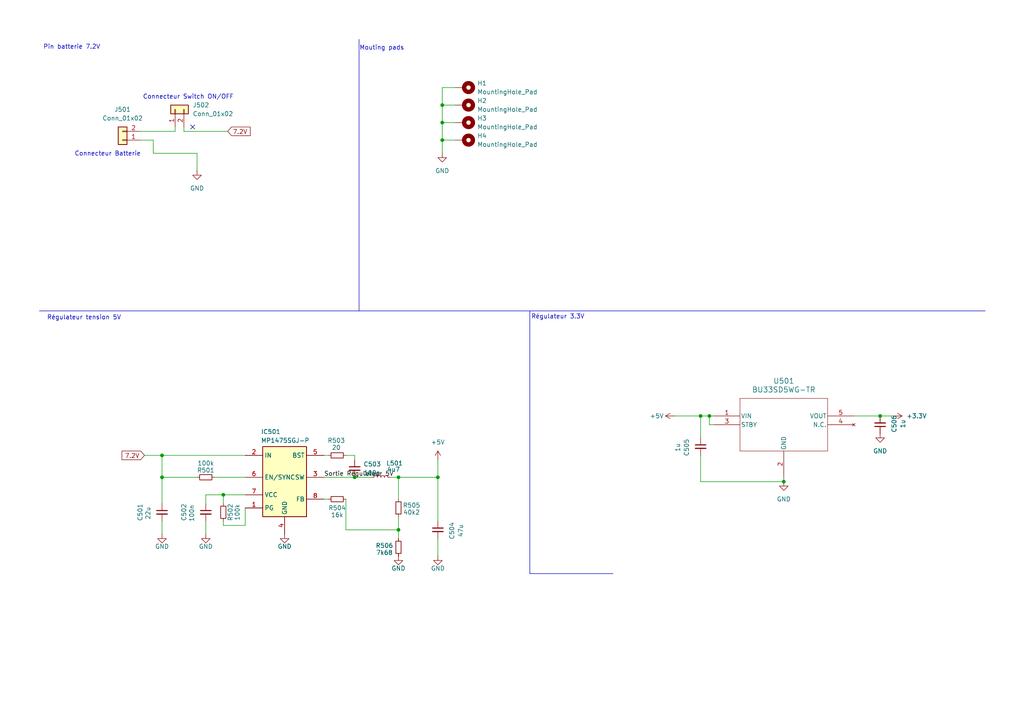
<source format=kicad_sch>
(kicad_sch (version 20231120) (generator "eeschema") (generator_version "8.0")
  (paper "A4")
  (lib_symbols
    (symbol "2024-10-01_06-18-21:BU33SD5WG-TR" (pin_names (offset 0.254))
      (property "Reference" "U2" (at 20.32 10.16 0))
      (property "Value" "BU33SD5WG-TR" (at 20.32 7.62 0))
      (symbol "BU33SD5WG-TR_0_1"
        (polyline (pts (xy 7.62 -10.16) (xy 33.02 -10.16)) (stroke (width 0.127)))
        (polyline (pts (xy 7.62 5.08) (xy 7.62 -10.16)) (stroke (width 0.127)))
        (polyline (pts (xy 33.02 -10.16) (xy 33.02 5.08)) (stroke (width 0.127)))
        (polyline (pts (xy 33.02 5.08) (xy 7.62 5.08)) (stroke (width 0.127)))
        (pin unspecified line (at 0 0 0) (length 7.62) (name "VIN") (number "1"))
        (pin power_out line (at 20.32 -17.78 90) (length 7.62) (name "GND") (number "2"))
        (pin unspecified line (at 0 -2.54 0) (length 7.62) (name "STBY") (number "3"))
        (pin no_connect line (at 40.64 -2.54 180) (length 7.62) (name "N.C.") (number "4"))
        (pin output line (at 40.64 0 180) (length 7.62) (name "VOUT") (number "5"))
      )
    )
    (symbol "Connector_Generic:Conn_01x02" (pin_names (offset 1.016) hide)
      (property "Reference" "J" (at 0 2.54 0))
      (property "Value" "Conn_01x02" (at 0 -5.08 0))
      (symbol "Conn_01x02_1_1"
        (rectangle (start -1.27 -2.413) (end 0 -2.667) (stroke (width 0.1524)))
        (rectangle (start -1.27 0.127) (end 0 -0.127) (stroke (width 0.1524)))
        (rectangle (start -1.27 1.27) (end 1.27 -3.81) (stroke (width 0.254)) (fill (type background)))
        (pin passive line (at -5.08 0 0) (length 3.81) (name "Pin_1") (number "1"))
        (pin passive line (at -5.08 -2.54 0) (length 3.81) (name "Pin_2") (number "2"))
      )
    )
    (symbol "Device:C_Small" (pin_numbers hide) (pin_names (offset 0.254) hide)
      (property "Reference" "C" (at 0.254 1.778 0))
      (property "Value" "C_Small" (at 0.254 -2.032 0))
      (symbol "C_Small_0_1"
        (polyline (pts (xy -1.524 -0.508) (xy 1.524 -0.508)) (stroke (width 0.3302)))
        (polyline (pts (xy -1.524 0.508) (xy 1.524 0.508)) (stroke (width 0.3048)))
      )
      (symbol "C_Small_1_1"
        (pin passive line (at 0 2.54 270) (length 2.032) (name "~") (number "1"))
        (pin passive line (at 0 -2.54 90) (length 2.032) (name "~") (number "2"))
      )
    )
    (symbol "Device:L_Small" (pin_numbers hide) (pin_names (offset 0.254) hide)
      (property "Reference" "L" (at 0.762 1.016 0))
      (property "Value" "L_Small" (at 0.762 -1.016 0))
      (symbol "L_Small_0_1"
        (arc (start 0 -2.032) (mid 0.5058 -1.524) (end 0 -1.016))
        (arc (start 0 -1.016) (mid 0.5058 -0.508) (end 0 0))
        (arc (start 0 0) (mid 0.5058 0.508) (end 0 1.016))
        (arc (start 0 1.016) (mid 0.5058 1.524) (end 0 2.032))
      )
      (symbol "L_Small_1_1"
        (pin passive line (at 0 2.54 270) (length 0.508) (name "~") (number "1"))
        (pin passive line (at 0 -2.54 90) (length 0.508) (name "~") (number "2"))
      )
    )
    (symbol "Device:R_Small" (pin_numbers hide) (pin_names (offset 0.254) hide)
      (property "Reference" "R" (at 0.762 0.508 0))
      (property "Value" "R_Small" (at 0.762 -1.016 0))
      (symbol "R_Small_0_1"
        (rectangle (start -0.762 1.778) (end 0.762 -1.778) (stroke (width 0.2032)))
      )
      (symbol "R_Small_1_1"
        (pin passive line (at 0 2.54 270) (length 0.762) (name "~") (number "1"))
        (pin passive line (at 0 -2.54 90) (length 0.762) (name "~") (number "2"))
      )
    )
    (symbol "MP1475SGJ-P_1"
      (property "Reference" "IC501" (at 28.194 -31.242 90))
      (property "Value" "MP1475SGJ-P" (at 25.654 -31.242 90))
      (symbol "MP1475SGJ-P_1_1_1"
        (rectangle (start 8.89 10.16) (end 21.59 -10.16) (stroke (width 0.254)) (fill (type background)))
        (pin passive line (at 3.81 -7.62 0) (length 5.08) (name "PG") (number "1"))
        (pin passive line (at 3.81 7.62 0) (length 5.08) (name "IN") (number "2"))
        (pin passive line (at 26.67 1.27 180) (length 5.08) (name "SW") (number "3"))
        (pin passive line (at 15.24 -15.24 90) (length 5.08) (name "GND") (number "4"))
        (pin passive line (at 26.67 7.62 180) (length 5.08) (name "BST") (number "5"))
        (pin passive line (at 3.81 1.27 0) (length 5.08) (name "EN/SYNC") (number "6"))
        (pin passive line (at 3.81 -3.81 0) (length 5.08) (name "VCC") (number "7"))
        (pin passive line (at 26.67 -5.08 180) (length 5.08) (name "FB") (number "8"))
      )
    )
    (symbol "Mechanical:MountingHole_Pad" (pin_numbers hide) (pin_names (offset 1.016) hide) (exclude_from_sim yes) (in_bom no)
      (property "Reference" "H" (at 0 6.35 0))
      (property "Value" "MountingHole_Pad" (at 0 4.445 0))
      (symbol "MountingHole_Pad_0_1"
        (circle (center 0 1.27) (radius 1.27) (stroke (width 1.27)))
      )
      (symbol "MountingHole_Pad_1_1"
        (pin input line (at 0 -2.54 90) (length 2.54) (name "1") (number "1"))
      )
    )
    (symbol "power:+3.3V" (power) (pin_numbers hide) (pin_names (offset 0) hide)
      (property "Value" "+3.3V" (at 0 3.556 0))
      (symbol "+3.3V_0_1"
        (polyline (pts (xy -0.762 1.27) (xy 0 2.54)))
        (polyline (pts (xy 0 0) (xy 0 2.54)))
        (polyline (pts (xy 0 2.54) (xy 0.762 1.27)))
      )
      (symbol "+3.3V_1_1"
        (pin power_in line (at 0 0 90) (length 0) (name "~") (number "1"))
      )
    )
    (symbol "power:+5V" (power) (pin_numbers hide) (pin_names (offset 0) hide)
      (property "Value" "+5V" (at 0 3.556 0))
      (symbol "+5V_0_1"
        (polyline (pts (xy -0.762 1.27) (xy 0 2.54)))
        (polyline (pts (xy 0 0) (xy 0 2.54)))
        (polyline (pts (xy 0 2.54) (xy 0.762 1.27)))
      )
      (symbol "+5V_1_1"
        (pin power_in line (at 0 0 90) (length 0) (name "~") (number "1"))
      )
    )
    (symbol "power:GND" (power) (pin_numbers hide) (pin_names (offset 0) hide)
      (property "Value" "GND" (at 0 -3.81 0))
      (symbol "GND_0_1"
        (polyline (pts (xy 0 0) (xy 0 -1.27) (xy 1.27 -1.27) (xy 0 -2.54) (xy -1.27 -1.27) (xy 0 -1.27)))
      )
      (symbol "GND_1_1"
        (pin power_in line (at 0 0 270) (length 0) (name "~") (number "1"))
      )
    )
  )
  (junction (at 205.74 120.65))
  (junction (at 64.77 143.51))
  (junction (at 128.27 30.48))
  (junction (at 203.2 120.65))
  (junction (at 255.27 120.65))
  (junction (at 127 138.43))
  (junction (at 128.27 40.64))
  (junction (at 46.99 132.08))
  (junction (at 115.57 138.43))
  (junction (at 128.27 35.56))
  (junction (at 102.87 138.43))
  (junction (at 46.99 138.43))
  (junction (at 227.33 139.7))
  (junction (at 115.57 153.67))
  (no_connect (at 55.88 36.83))
  (wire (pts (xy 66.04 38.1) (xy 53.34 38.1)))
  (polyline (pts (xy 104.14 11.43) (xy 104.14 90.17)))
  (wire (pts (xy 203.2 120.65) (xy 203.2 127)))
  (wire (pts (xy 113.03 138.43) (xy 115.57 138.43)))
  (wire (pts (xy 128.27 35.56) (xy 132.08 35.56)))
  (wire (pts (xy 100.33 153.67) (xy 100.33 144.78)))
  (wire (pts (xy 203.2 139.7) (xy 227.33 139.7)))
  (polyline (pts (xy 177.8 166.37) (xy 153.67 166.37)))
  (wire (pts (xy 203.2 132.08) (xy 203.2 139.7)))
  (wire (pts (xy 128.27 40.64) (xy 132.08 40.64)))
  (wire (pts (xy 255.27 120.65) (xy 259.08 120.65)))
  (wire (pts (xy 46.99 132.08) (xy 71.12 132.08)))
  (wire (pts (xy 41.91 132.08) (xy 46.99 132.08)))
  (wire (pts (xy 247.65 120.65) (xy 255.27 120.65)))
  (wire (pts (xy 93.98 144.78) (xy 95.25 144.78)))
  (wire (pts (xy 128.27 30.48) (xy 128.27 25.4)))
  (wire (pts (xy 203.2 120.65) (xy 205.74 120.65)))
  (wire (pts (xy 59.69 151.13) (xy 59.69 154.94)))
  (wire (pts (xy 53.34 38.1) (xy 53.34 36.83)))
  (wire (pts (xy 227.33 138.43) (xy 227.33 139.7)))
  (wire (pts (xy 44.45 40.64) (xy 44.45 44.45)))
  (wire (pts (xy 71.12 152.4) (xy 64.77 152.4)))
  (wire (pts (xy 50.8 38.1) (xy 50.8 36.83)))
  (wire (pts (xy 127 156.21) (xy 127 161.29)))
  (wire (pts (xy 64.77 151.13) (xy 64.77 152.4)))
  (wire (pts (xy 205.74 120.65) (xy 205.74 123.19)))
  (wire (pts (xy 93.98 138.43) (xy 102.87 138.43)))
  (wire (pts (xy 93.98 132.08) (xy 95.25 132.08)))
  (wire (pts (xy 195.58 120.65) (xy 203.2 120.65)))
  (wire (pts (xy 102.87 132.08) (xy 102.87 133.35)))
  (polyline (pts (xy 11.43 90.17) (xy 285.75 90.17)))
  (wire (pts (xy 115.57 153.67) (xy 115.57 156.21)))
  (wire (pts (xy 40.64 38.1) (xy 50.8 38.1)))
  (wire (pts (xy 62.23 138.43) (xy 71.12 138.43)))
  (wire (pts (xy 102.87 138.43) (xy 107.95 138.43)))
  (wire (pts (xy 46.99 138.43) (xy 57.15 138.43)))
  (wire (pts (xy 59.69 143.51) (xy 64.77 143.51)))
  (wire (pts (xy 128.27 40.64) (xy 128.27 35.56)))
  (wire (pts (xy 205.74 123.19) (xy 207.01 123.19)))
  (wire (pts (xy 115.57 138.43) (xy 127 138.43)))
  (wire (pts (xy 100.33 132.08) (xy 102.87 132.08)))
  (wire (pts (xy 115.57 138.43) (xy 115.57 144.78)))
  (wire (pts (xy 46.99 151.13) (xy 46.99 154.94)))
  (wire (pts (xy 64.77 143.51) (xy 64.77 146.05)))
  (wire (pts (xy 100.33 153.67) (xy 115.57 153.67)))
  (wire (pts (xy 64.77 143.51) (xy 71.12 143.51)))
  (wire (pts (xy 128.27 35.56) (xy 128.27 30.48)))
  (polyline (pts (xy 153.67 166.37) (xy 153.67 90.17)))
  (wire (pts (xy 128.27 30.48) (xy 132.08 30.48)))
  (wire (pts (xy 44.45 44.45) (xy 57.15 44.45)))
  (wire (pts (xy 71.12 147.32) (xy 71.12 152.4)))
  (wire (pts (xy 44.45 40.64) (xy 40.64 40.64)))
  (wire (pts (xy 57.15 44.45) (xy 57.15 49.53)))
  (wire (pts (xy 128.27 25.4) (xy 132.08 25.4)))
  (wire (pts (xy 128.27 44.45) (xy 128.27 40.64)))
  (wire (pts (xy 205.74 120.65) (xy 207.01 120.65)))
  (wire (pts (xy 127 133.35) (xy 127 138.43)))
  (wire (pts (xy 46.99 132.08) (xy 46.99 138.43)))
  (wire (pts (xy 59.69 143.51) (xy 59.69 146.05)))
  (wire (pts (xy 127 138.43) (xy 127 151.13)))
  (wire (pts (xy 46.99 138.43) (xy 46.99 146.05)))
  (wire (pts (xy 115.57 149.86) (xy 115.57 153.67)))
  (text "Pin batterie 7.2V" (at 20.828 13.716 0) (effects (font (size 1.27 1.27))))
  (text "Connecteur Switch ON/OFF" (at 54.61 28.194 0) (effects (font (size 1.27 1.27))))
  (text "Régulateur tension 5V" (at 24.384 92.202 0) (effects (font (size 1.27 1.27))))
  (text "Connecteur Batterie" (at 31.242 44.704 0) (effects (font (size 1.27 1.27))))
  (text "Mouting pads" (at 110.744 13.97 0) (effects (font (size 1.27 1.27))))
  (text "Régulateur 3.3V\n" (at 161.798 91.948 0) (effects (font (size 1.27 1.27))))
  (label "Sortie Régulateur 5V" (at 93.98 138.43 0))
  (global_label "7.2V" (shape input) (at 66.04 38.1 0) (property "Intersheetrefs" "${INTERSHEET_REFS}" (effects (hide yes))))
  (global_label "7.2V" (shape input) (at 41.91 132.08 180) (property "Intersheetrefs" "${INTERSHEET_REFS}" (effects (hide yes))))
  (symbol (lib_id "power:GND") (at 115.57 161.29 0) (unit 1)
    (property "Reference" "#PWR0505" (effects (hide yes)))
    (property "Value" "GND" (at 115.57 164.846 0))
    (property "Description" "Power symbol creates a global label with name \"GND\" , ground" (effects (hide yes)))
  )
  (symbol (lib_id "Device:R_Small") (at 115.57 147.32 0) (unit 1)
    (property "Reference" "R505" (at 119.38 146.558 0))
    (property "Value" "40k2" (at 119.38 148.59 0))
    (property "Footprint" "Resistor_SMD:R_0603_1608Metric" (effects (hide yes)))
    (property "Description" "Resistor, small symbol" (effects (hide yes)))
  )
  (symbol (lib_id "power:GND") (at 82.55 154.94 0) (unit 1)
    (property "Reference" "#PWR0504" (effects (hide yes)))
    (property "Value" "GND" (at 82.55 158.496 0))
    (property "Description" "Power symbol creates a global label with name \"GND\" , ground" (effects (hide yes)))
  )
  (symbol (lib_id "Device:C_Small") (at 59.69 148.59 0) (unit 1)
    (property "Reference" "C502" (at 53.34 148.59 90))
    (property "Value" "100n" (at 55.626 148.844 90))
    (property "Footprint" "Capacitor_SMD:C_0402_1005Metric" (effects (hide yes)))
    (property "Description" "Unpolarized capacitor, small symbol" (effects (hide yes)))
  )
  (symbol (lib_id "power:+3.3V") (at 259.08 120.65 270) (unit 1)
    (property "Reference" "#PWR0511" (effects (hide yes)))
    (property "Value" "+3.3V" (at 262.89 120.6499 90) (effects (justify left)))
    (property "Description" "Power symbol creates a global label with name \"+3.3V\"" (effects (hide yes)))
  )
  (symbol (lib_id "Device:C_Small") (at 46.99 148.59 0) (unit 1)
    (property "Reference" "C501" (at 40.64 148.59 90))
    (property "Value" "22u" (at 42.926 148.844 90))
    (property "Footprint" "Capacitor_SMD:C_0805_2012Metric" (effects (hide yes)))
    (property "Description" "Unpolarized capacitor, small symbol" (effects (hide yes)))
  )
  (symbol (lib_id "Device:C_Small") (at 102.87 135.89 0) (unit 1)
    (property "Reference" "C503" (at 105.41 134.6262 0) (effects (justify left)))
    (property "Value" "100n" (at 105.41 137.1662 0) (effects (justify left)))
    (property "Footprint" "Capacitor_SMD:C_0402_1005Metric" (effects (hide yes)))
    (property "Description" "Unpolarized capacitor, small symbol" (effects (hide yes)))
  )
  (symbol (lib_id "power:GND") (at 255.27 125.73 0) (unit 1)
    (property "Reference" "#PWR0510" (effects (hide yes)))
    (property "Value" "GND" (at 255.27 130.81 0))
    (property "Description" "Power symbol creates a global label with name \"GND\" , ground" (effects (hide yes)))
  )
  (symbol (lib_id "2024-10-01_06-18-21:BU33SD5WG-TR") (at 207.01 120.65 0) (unit 1)
    (property "Reference" "U501" (at 227.33 110.49 0) (effects (font (size 1.524 1.524))))
    (property "Value" "BU33SD5WG-TR" (at 227.33 113.03 0) (effects (font (size 1.524 1.524))))
    (property "Footprint" "BU33:SOT95P280X125-5N" (effects (hide yes)))
    (property "Datasheet" "BU33SD5WG-TR" (effects (hide yes)))
  )
  (symbol (lib_id "power:GND") (at 127 161.29 0) (unit 1)
    (property "Reference" "#PWR0507" (effects (hide yes)))
    (property "Value" "GND" (at 127 164.846 0))
    (property "Description" "Power symbol creates a global label with name \"GND\" , ground" (effects (hide yes)))
  )
  (symbol (lib_id "Device:L_Small") (at 110.49 138.43 90) (unit 1)
    (property "Reference" "L501" (at 112.014 134.366 90) (effects (justify right)))
    (property "Value" "4u7" (at 112.268 136.144 90) (effects (justify right)))
    (property "Footprint" "Inductor_SMD:L_Wuerth_WE-TPC-3816" (effects (hide yes)))
    (property "Description" "Inductor, small symbol" (effects (hide yes)))
  )
  (symbol (lib_name "MP1475SGJ-P_1") (lib_id "MP1475SGJ-P:MP1475SGJ-P") (at 67.31 139.7 0) (unit 1)
    (property "Reference" "IC501" (at 75.692 125.222 0) (effects (justify left)))
    (property "Value" "MP1475SGJ-P" (at 75.692 127.762 0) (effects (justify left)))
    (property "Footprint" "Mp:SOT65P280X100-8N" (effects (hide yes)))
    (property "Datasheet" "http://media.digikey.com/pdf/Data%20Sheets/Monolithic%20Power%20PDF" (effects (hide yes)))
    (property "Description" "Switching Voltage Regulators 3A 16V 500kHz Synch Step-Down Conv W/PG" (effects (hide yes)))
    (property "Height" "1" (effects (hide yes)))
    (property "Manufacturer_Name" "Monolithic Power Systems (MPS)" (effects (hide yes)))
    (property "Manufacturer_Part_Number" "MP1475SGJ-P" (effects (hide yes)))
  )
  (symbol (lib_id "Device:R_Small") (at 64.77 148.59 0) (unit 1)
    (property "Reference" "R502" (at 66.802 148.59 90))
    (property "Value" "100k" (at 68.834 148.59 90))
    (property "Footprint" "Resistor_SMD:R_0603_1608Metric" (effects (hide yes)))
    (property "Description" "Resistor, small symbol" (effects (hide yes)))
  )
  (symbol (lib_id "Device:C_Small") (at 203.2 129.54 0) (unit 1)
    (property "Reference" "C505" (at 199.136 129.794 90))
    (property "Value" "1u" (at 196.596 129.794 90))
    (property "Footprint" "Capacitor_SMD:C_0603_1608Metric" (effects (hide yes)))
    (property "Description" "Unpolarized capacitor, small symbol" (effects (hide yes)))
  )
  (symbol (lib_id "Mechanical:MountingHole_Pad") (at 134.62 25.4 270) (unit 1) (exclude_from_sim yes) (in_bom no)
    (property "Reference" "H1" (at 138.43 24.1299 90) (effects (justify left)))
    (property "Value" "MountingHole_Pad" (at 138.43 26.6699 90) (effects (justify left)))
    (property "Footprint" "MountingHole:MountingHole_3.2mm_M3_Pad_Via" (effects (hide yes)))
    (property "Description" "Mounting Hole with connection" (effects (hide yes)))
  )
  (symbol (lib_id "power:GND") (at 59.69 154.94 0) (unit 1)
    (property "Reference" "#PWR0502" (effects (hide yes)))
    (property "Value" "GND" (at 59.69 158.496 0))
    (property "Description" "Power symbol creates a global label with name \"GND\" , ground" (effects (hide yes)))
  )
  (symbol (lib_id "Mechanical:MountingHole_Pad") (at 134.62 40.64 270) (unit 1) (exclude_from_sim yes) (in_bom no)
    (property "Reference" "H4" (at 138.43 39.3699 90) (effects (justify left)))
    (property "Value" "MountingHole_Pad" (at 138.43 41.9099 90) (effects (justify left)))
    (property "Footprint" "MountingHole:MountingHole_3.2mm_M3_Pad_Via" (effects (hide yes)))
    (property "Description" "Mounting Hole with connection" (effects (hide yes)))
  )
  (symbol (lib_id "Mechanical:MountingHole_Pad") (at 134.62 30.48 270) (unit 1) (exclude_from_sim yes) (in_bom no)
    (property "Reference" "H2" (at 138.43 29.2099 90) (effects (justify left)))
    (property "Value" "MountingHole_Pad" (at 138.43 31.7499 90) (effects (justify left)))
    (property "Footprint" "MountingHole:MountingHole_3.2mm_M3_Pad_Via" (effects (hide yes)))
    (property "Description" "Mounting Hole with connection" (effects (hide yes)))
  )
  (symbol (lib_id "power:GND") (at 57.15 49.53 0) (unit 1)
    (property "Reference" "#PWR0503" (effects (hide yes)))
    (property "Value" "GND" (at 57.15 54.61 0))
    (property "Description" "Power symbol creates a global label with name \"GND\" , ground" (effects (hide yes)))
  )
  (symbol (lib_id "Connector_Generic:Conn_01x02") (at 35.56 40.64 180) (unit 1)
    (property "Reference" "J501" (at 35.56 31.75 0))
    (property "Value" "Conn_01x02" (at 35.56 34.29 0))
    (property "Footprint" "Connector_JST:JST_XH_S2B-XH-A_1x02_P2.50mm_Horizontal" (effects (hide yes)))
    (property "Description" "Generic connector, single row, 01x02, script generated (kicad-library-utils/schlib/autogen/connector/)" (effects (hide yes)))
  )
  (symbol (lib_id "Device:R_Small") (at 59.69 138.43 90) (unit 1)
    (property "Reference" "R501" (at 59.69 136.398 90))
    (property "Value" "100k" (at 59.69 134.366 90))
    (property "Footprint" "Resistor_SMD:R_0603_1608Metric" (effects (hide yes)))
    (property "Description" "Resistor, small symbol" (effects (hide yes)))
  )
  (symbol (lib_id "Device:R_Small") (at 97.79 132.08 270) (unit 1)
    (property "Reference" "R503" (at 97.536 127.762 90))
    (property "Value" "20" (at 97.536 129.794 90))
    (property "Footprint" "Resistor_SMD:R_0603_1608Metric" (effects (hide yes)))
    (property "Description" "Resistor, small symbol" (effects (hide yes)))
  )
  (symbol (lib_id "Device:R_Small") (at 115.57 158.75 0) (unit 1)
    (property "Reference" "R506" (at 111.506 158.242 0))
    (property "Value" "7k68" (at 111.506 160.274 0))
    (property "Footprint" "Resistor_SMD:R_0603_1608Metric" (effects (hide yes)))
    (property "Description" "Resistor, small symbol" (effects (hide yes)))
  )
  (symbol (lib_id "power:+5V") (at 127 133.35 0) (unit 1)
    (property "Reference" "#PWR0506" (effects (hide yes)))
    (property "Value" "+5V" (at 127 128.27 0))
    (property "Description" "Power symbol creates a global label with name \"+5V\"" (effects (hide yes)))
  )
  (symbol (lib_id "Connector_Generic:Conn_01x02") (at 50.8 31.75 90) (unit 1)
    (property "Reference" "J502" (at 55.88 30.4799 90) (effects (justify right)))
    (property "Value" "Conn_01x02" (at 55.88 33.0199 90) (effects (justify right)))
    (property "Footprint" "Connector_JST:JST_XH_S2B-XH-A_1x02_P2.50mm_Horizontal" (effects (hide yes)))
    (property "Description" "Generic connector, single row, 01x02, script generated (kicad-library-utils/schlib/autogen/connector/)" (effects (hide yes)))
  )
  (symbol (lib_id "Device:R_Small") (at 97.79 144.78 270) (unit 1)
    (property "Reference" "R504" (at 97.79 147.32 90))
    (property "Value" "16k" (at 97.79 149.352 90))
    (property "Footprint" "Resistor_SMD:R_0603_1608Metric" (effects (hide yes)))
    (property "Description" "Resistor, small symbol" (effects (hide yes)))
  )
  (symbol (lib_id "power:GND") (at 46.99 154.94 0) (unit 1)
    (property "Reference" "#PWR0501" (effects (hide yes)))
    (property "Value" "GND" (at 46.99 158.496 0))
    (property "Description" "Power symbol creates a global label with name \"GND\" , ground" (effects (hide yes)))
  )
  (symbol (lib_id "Device:C_Small") (at 255.27 123.19 180) (unit 1)
    (property "Reference" "C506" (at 259.334 122.936 90))
    (property "Value" "1u" (at 261.874 122.936 90))
    (property "Footprint" "Capacitor_SMD:C_0603_1608Metric" (effects (hide yes)))
    (property "Description" "Unpolarized capacitor, small symbol" (effects (hide yes)))
  )
  (symbol (lib_id "Device:C_Small") (at 127 153.67 0) (mirror y) (unit 1)
    (property "Reference" "C504" (at 131.064 153.924 90))
    (property "Value" "47u" (at 133.604 153.924 90))
    (property "Footprint" "Capacitor_SMD:C_0603_1608Metric" (effects (hide yes)))
    (property "Description" "Unpolarized capacitor, small symbol" (effects (hide yes)))
  )
  (symbol (lib_id "power:GND") (at 128.27 44.45 0) (unit 1)
    (property "Reference" "#PWR01" (effects (hide yes)))
    (property "Value" "GND" (at 128.27 49.53 0))
    (property "Description" "Power symbol creates a global label with name \"GND\" , ground" (effects (hide yes)))
  )
  (symbol (lib_id "Mechanical:MountingHole_Pad") (at 134.62 35.56 270) (unit 1) (exclude_from_sim yes) (in_bom no)
    (property "Reference" "H3" (at 138.43 34.2899 90) (effects (justify left)))
    (property "Value" "MountingHole_Pad" (at 138.43 36.8299 90) (effects (justify left)))
    (property "Footprint" "MountingHole:MountingHole_3.2mm_M3_Pad_Via" (effects (hide yes)))
    (property "Description" "Mounting Hole with connection" (effects (hide yes)))
  )
  (symbol (lib_id "power:GND") (at 227.33 139.7 0) (unit 1)
    (property "Reference" "#PWR0509" (effects (hide yes)))
    (property "Value" "GND" (at 227.33 144.78 0))
    (property "Description" "Power symbol creates a global label with name \"GND\" , ground" (effects (hide yes)))
  )
  (symbol (lib_id "power:+5V") (at 195.58 120.65 90) (unit 1)
    (property "Reference" "#PWR0508" (effects (hide yes)))
    (property "Value" "+5V" (at 192.532 120.65 90) (effects (justify left)))
    (property "Description" "Power symbol creates a global label with name \"+5V\"" (effects (hide yes)))
  )
)
</source>
